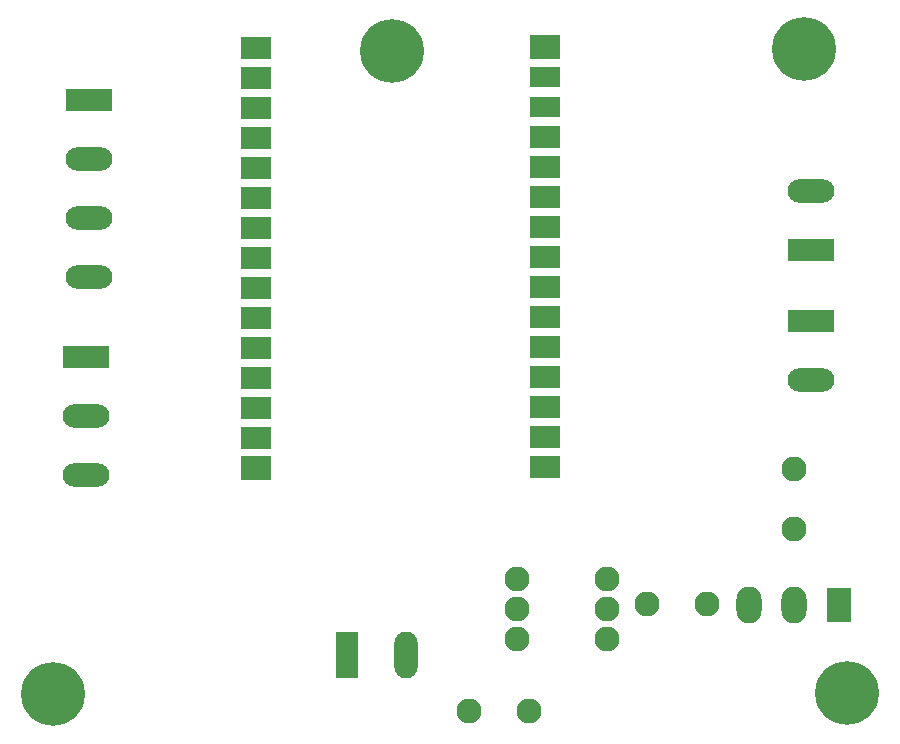
<source format=gbr>
%TF.GenerationSoftware,KiCad,Pcbnew,7.0.6*%
%TF.CreationDate,2023-08-24T15:26:22-05:00*%
%TF.ProjectId,basic_decoration_pcb,62617369-635f-4646-9563-6f726174696f,rev?*%
%TF.SameCoordinates,Original*%
%TF.FileFunction,Soldermask,Bot*%
%TF.FilePolarity,Negative*%
%FSLAX46Y46*%
G04 Gerber Fmt 4.6, Leading zero omitted, Abs format (unit mm)*
G04 Created by KiCad (PCBNEW 7.0.6) date 2023-08-24 15:26:22*
%MOMM*%
%LPD*%
G01*
G04 APERTURE LIST*
%ADD10R,2.125000X3.000000*%
%ADD11O,2.125000X3.125000*%
%ADD12C,2.125000*%
%ADD13O,3.960000X1.980000*%
%ADD14R,3.960000X1.980000*%
%ADD15O,2.125000X2.125000*%
%ADD16R,1.980000X3.960000*%
%ADD17O,1.980000X3.960000*%
%ADD18C,5.400000*%
%ADD19R,2.540000X1.950000*%
%ADD20R,2.540000X1.740000*%
%ADD21R,2.540000X2.100000*%
%ADD22R,2.540000X2.000000*%
G04 APERTURE END LIST*
D10*
%TO.C,Q1*%
X221727000Y-100118250D03*
D11*
X217917000Y-100118250D03*
X214107000Y-100118250D03*
%TD*%
D12*
%TO.C,U1*%
X194437000Y-102997000D03*
X194437000Y-100457000D03*
X194437000Y-97917000D03*
X202057000Y-97917000D03*
X202057000Y-100457000D03*
X202057000Y-102997000D03*
%TD*%
D13*
%TO.C,Screen1*%
X158227000Y-72390000D03*
X158227000Y-67390000D03*
X158227000Y-62390000D03*
D14*
X158227000Y-57390000D03*
%TD*%
D12*
%TO.C,R3*%
X217932000Y-93726000D03*
D15*
X217932000Y-88646000D03*
%TD*%
D12*
%TO.C,R2*%
X205492250Y-100076000D03*
D15*
X210572250Y-100076000D03*
%TD*%
D12*
%TO.C,R1*%
X190379250Y-109093000D03*
D15*
X195459250Y-109093000D03*
%TD*%
D13*
%TO.C,J_AC_OUT1*%
X219314000Y-65056000D03*
D14*
X219314000Y-70056000D03*
%TD*%
D13*
%TO.C,J_AC_INPUT1*%
X219314000Y-81073000D03*
D14*
X219314000Y-76073000D03*
%TD*%
%TO.C,J3*%
X157973000Y-79154000D03*
D13*
X157973000Y-84154000D03*
X157973000Y-89154000D03*
%TD*%
D16*
%TO.C,5V1*%
X180071000Y-104394000D03*
D17*
X185071000Y-104394000D03*
%TD*%
D18*
%TO.C,H1*%
X218785560Y-53086000D03*
%TD*%
%TO.C,H3*%
X155194000Y-107696000D03*
%TD*%
D19*
%TO.C,J_esp0*%
X196861960Y-88425800D03*
X196861960Y-85885800D03*
X196861960Y-83345800D03*
X196861960Y-80805800D03*
X196861960Y-78265800D03*
X196861960Y-75725800D03*
X196861960Y-73185800D03*
X196861960Y-70645800D03*
X196861960Y-68105800D03*
X196861960Y-65565800D03*
X196861960Y-63025800D03*
X196861960Y-60485800D03*
D20*
X196861960Y-57945800D03*
X196861960Y-55405800D03*
D21*
X196861960Y-52865800D03*
%TD*%
D19*
%TO.C,J_esp1*%
X172321460Y-52944800D03*
X172321460Y-55484800D03*
X172321460Y-58024800D03*
X172321460Y-60564800D03*
X172321460Y-63104800D03*
X172321460Y-65644800D03*
X172321460Y-68184800D03*
X172321460Y-70724800D03*
X172321460Y-73264800D03*
X172321460Y-75804800D03*
X172321460Y-78344800D03*
X172321460Y-80884800D03*
X172321460Y-83424800D03*
X172321460Y-85964800D03*
D22*
X172321460Y-88504800D03*
%TD*%
D18*
%TO.C,H2*%
X222417760Y-107569000D03*
%TD*%
%TO.C,H4*%
X183896000Y-53213000D03*
%TD*%
M02*

</source>
